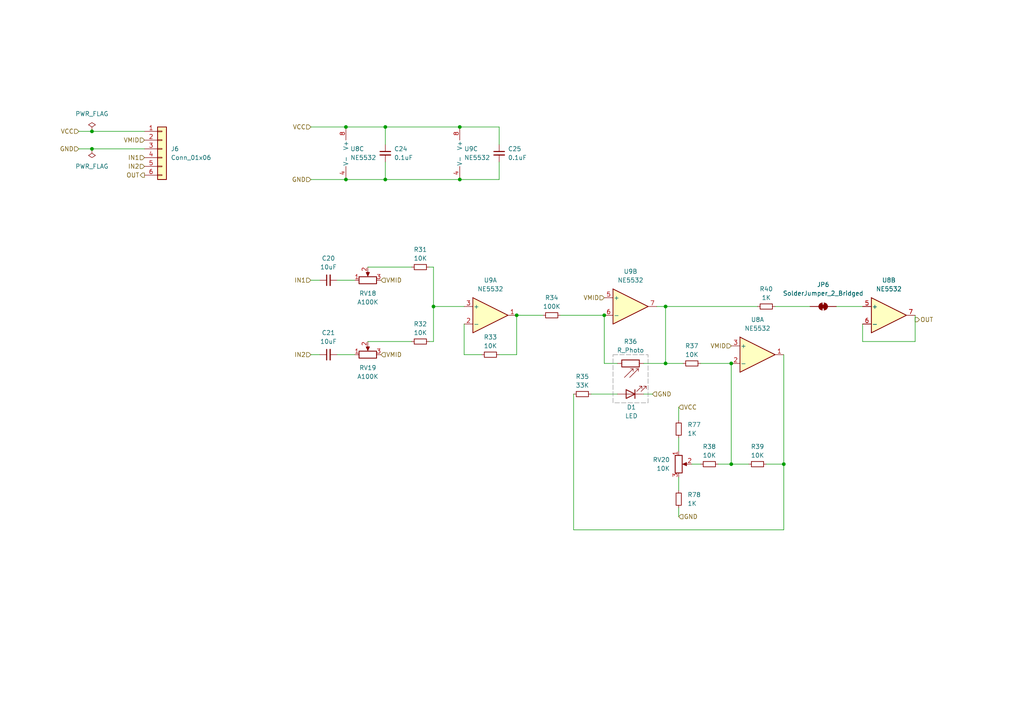
<source format=kicad_sch>
(kicad_sch (version 20231120) (generator "eeschema") (generator_version "8.0")
  (paper "A4")
  (lib_symbols
    (symbol "Amplifier_Operational:NE5532" (pin_names (offset 0.127))
      (property "Reference" "U" (at 0 5.08 0))
      (property "Value" "NE5532" (at 0 -5.08 0))
      (symbol "NE5532_1_1"
        (polyline (pts (xy -5.08 5.08) (xy 5.08 0) (xy -5.08 -5.08) (xy -5.08 5.08)) (stroke (width 0.254)) (fill (type background)))
        (pin output line (at 7.62 0 180) (length 2.54) (name "~") (number "1"))
        (pin input line (at -7.62 -2.54 0) (length 2.54) (name "-") (number "2"))
        (pin input line (at -7.62 2.54 0) (length 2.54) (name "+") (number "3"))
      )
      (symbol "NE5532_2_1"
        (polyline (pts (xy -5.08 5.08) (xy 5.08 0) (xy -5.08 -5.08) (xy -5.08 5.08)) (stroke (width 0.254)) (fill (type background)))
        (pin input line (at -7.62 2.54 0) (length 2.54) (name "+") (number "5"))
        (pin input line (at -7.62 -2.54 0) (length 2.54) (name "-") (number "6"))
        (pin output line (at 7.62 0 180) (length 2.54) (name "~") (number "7"))
      )
      (symbol "NE5532_3_1"
        (pin power_in line (at -2.54 -7.62 90) (length 3.81) (name "V-") (number "4"))
        (pin power_in line (at -2.54 7.62 270) (length 3.81) (name "V+") (number "8"))
      )
    )
    (symbol "Connector_Generic:Conn_01x06" (pin_names (offset 1.016) hide)
      (property "Reference" "J" (at 0 7.62 0))
      (property "Value" "Conn_01x06" (at 0 -10.16 0))
      (symbol "Conn_01x06_1_1"
        (rectangle (start -1.27 -7.493) (end 0 -7.747) (stroke (width 0.1524)))
        (rectangle (start -1.27 -4.953) (end 0 -5.207) (stroke (width 0.1524)))
        (rectangle (start -1.27 -2.413) (end 0 -2.667) (stroke (width 0.1524)))
        (rectangle (start -1.27 0.127) (end 0 -0.127) (stroke (width 0.1524)))
        (rectangle (start -1.27 2.667) (end 0 2.413) (stroke (width 0.1524)))
        (rectangle (start -1.27 5.207) (end 0 4.953) (stroke (width 0.1524)))
        (rectangle (start -1.27 6.35) (end 1.27 -8.89) (stroke (width 0.254)) (fill (type background)))
        (pin passive line (at -5.08 5.08 0) (length 3.81) (name "Pin_1") (number "1"))
        (pin passive line (at -5.08 2.54 0) (length 3.81) (name "Pin_2") (number "2"))
        (pin passive line (at -5.08 0 0) (length 3.81) (name "Pin_3") (number "3"))
        (pin passive line (at -5.08 -2.54 0) (length 3.81) (name "Pin_4") (number "4"))
        (pin passive line (at -5.08 -5.08 0) (length 3.81) (name "Pin_5") (number "5"))
        (pin passive line (at -5.08 -7.62 0) (length 3.81) (name "Pin_6") (number "6"))
      )
    )
    (symbol "Device:C_Small" (pin_numbers hide) (pin_names (offset 0.254) hide)
      (property "Reference" "C" (at 0.254 1.778 0))
      (property "Value" "C_Small" (at 0.254 -2.032 0))
      (symbol "C_Small_0_1"
        (polyline (pts (xy -1.524 -0.508) (xy 1.524 -0.508)) (stroke (width 0.3302)))
        (polyline (pts (xy -1.524 0.508) (xy 1.524 0.508)) (stroke (width 0.3048)))
      )
      (symbol "C_Small_1_1"
        (pin passive line (at 0 2.54 270) (length 2.032) (name "~") (number "1"))
        (pin passive line (at 0 -2.54 90) (length 2.032) (name "~") (number "2"))
      )
    )
    (symbol "Device:LED" (pin_numbers hide) (pin_names (offset 1.016) hide)
      (property "Reference" "D" (at 0 2.54 0))
      (property "Value" "LED" (at 0 -2.54 0))
      (symbol "LED_0_1"
        (polyline (pts (xy -1.27 -1.27) (xy -1.27 1.27)) (stroke (width 0.254)))
        (polyline (pts (xy -1.27 0) (xy 1.27 0)))
        (polyline (pts (xy 1.27 -1.27) (xy 1.27 1.27) (xy -1.27 0) (xy 1.27 -1.27)) (stroke (width 0.254)))
        (polyline (pts (xy -3.048 -0.762) (xy -4.572 -2.286) (xy -3.81 -2.286) (xy -4.572 -2.286) (xy -4.572 -1.524)))
        (polyline (pts (xy -1.778 -0.762) (xy -3.302 -2.286) (xy -2.54 -2.286) (xy -3.302 -2.286) (xy -3.302 -1.524)))
      )
      (symbol "LED_1_1"
        (pin passive line (at -3.81 0 0) (length 2.54) (name "K") (number "1"))
        (pin passive line (at 3.81 0 180) (length 2.54) (name "A") (number "2"))
      )
    )
    (symbol "Device:R_Photo" (pin_numbers hide) (pin_names (offset 0))
      (property "Reference" "R" (at 1.27 1.27 0))
      (property "Value" "R_Photo" (at 1.27 0 0))
      (symbol "R_Photo_0_1"
        (rectangle (start -1.016 2.54) (end 1.016 -2.54) (stroke (width 0.254)))
        (polyline (pts (xy -1.524 -2.286) (xy -4.064 0.254)))
        (polyline (pts (xy -1.524 -2.286) (xy -2.286 -2.286)))
        (polyline (pts (xy -1.524 -2.286) (xy -1.524 -1.524)))
        (polyline (pts (xy -1.524 -0.762) (xy -4.064 1.778)))
        (polyline (pts (xy -1.524 -0.762) (xy -2.286 -0.762)))
        (polyline (pts (xy -1.524 -0.762) (xy -1.524 0)))
      )
      (symbol "R_Photo_1_1"
        (pin passive line (at 0 3.81 270) (length 1.27) (name "~") (number "1"))
        (pin passive line (at 0 -3.81 90) (length 1.27) (name "~") (number "2"))
      )
    )
    (symbol "Device:R_Potentiometer" (pin_names (offset 1.016) hide)
      (property "Reference" "RV" (at -4.445 0 90))
      (property "Value" "R_Potentiometer" (at -2.54 0 90))
      (symbol "R_Potentiometer_0_1"
        (polyline (pts (xy 2.54 0) (xy 1.524 0)))
        (polyline (pts (xy 1.143 0) (xy 2.286 0.508) (xy 2.286 -0.508) (xy 1.143 0)) (fill (type outline)))
        (rectangle (start 1.016 2.54) (end -1.016 -2.54) (stroke (width 0.254)))
      )
      (symbol "R_Potentiometer_1_1"
        (pin passive line (at 0 3.81 270) (length 1.27) (name "1") (number "1"))
        (pin passive line (at 3.81 0 180) (length 1.27) (name "2") (number "2"))
        (pin passive line (at 0 -3.81 90) (length 1.27) (name "3") (number "3"))
      )
    )
    (symbol "Device:R_Small" (pin_numbers hide) (pin_names (offset 0.254) hide)
      (property "Reference" "R" (at 0.762 0.508 0))
      (property "Value" "R_Small" (at 0.762 -1.016 0))
      (symbol "R_Small_0_1"
        (rectangle (start -0.762 1.778) (end 0.762 -1.778) (stroke (width 0.2032)))
      )
      (symbol "R_Small_1_1"
        (pin passive line (at 0 2.54 270) (length 0.762) (name "~") (number "1"))
        (pin passive line (at 0 -2.54 90) (length 0.762) (name "~") (number "2"))
      )
    )
    (symbol "Jumper:SolderJumper_2_Bridged" (pin_numbers hide) (pin_names (offset 0) hide) (exclude_from_sim yes) (in_bom no)
      (property "Reference" "JP" (at 0 2.032 0))
      (property "Value" "SolderJumper_2_Bridged" (at 0 -2.54 0))
      (symbol "SolderJumper_2_Bridged_0_1"
        (rectangle (start -0.508 0.508) (end 0.508 -0.508) (fill (type outline)))
        (arc (start -0.254 1.016) (mid -1.2656 0) (end -0.254 -1.016))
        (arc (start -0.254 1.016) (mid -1.2656 0) (end -0.254 -1.016) (fill (type outline)))
        (polyline (pts (xy -0.254 1.016) (xy -0.254 -1.016)))
        (polyline (pts (xy 0.254 1.016) (xy 0.254 -1.016)))
        (arc (start 0.254 -1.016) (mid 1.2656 0) (end 0.254 1.016))
        (arc (start 0.254 -1.016) (mid 1.2656 0) (end 0.254 1.016) (fill (type outline)))
      )
      (symbol "SolderJumper_2_Bridged_1_1"
        (pin passive line (at -3.81 0 0) (length 2.54) (name "A") (number "1"))
        (pin passive line (at 3.81 0 180) (length 2.54) (name "B") (number "2"))
      )
    )
    (symbol "power:PWR_FLAG" (power) (pin_numbers hide) (pin_names (offset 0) hide)
      (property "Value" "PWR_FLAG" (at 0 3.81 0))
      (symbol "PWR_FLAG_0_0"
        (pin power_out line (at 0 0 90) (length 0) (name "~") (number "1"))
      )
      (symbol "PWR_FLAG_0_1"
        (polyline (pts (xy 0 0) (xy 0 1.27) (xy -1.016 1.905) (xy 0 2.54) (xy 1.016 1.905) (xy 0 1.27)))
      )
    )
  )
  (junction (at 100.33 52.07))
  (junction (at 26.67 43.18))
  (junction (at 193.04 105.41))
  (junction (at 193.04 88.9))
  (junction (at 111.76 52.07))
  (junction (at 212.09 105.41))
  (junction (at 133.35 52.07))
  (junction (at 149.86 91.44))
  (junction (at 125.73 88.9))
  (junction (at 227.33 134.62))
  (junction (at 175.26 91.44))
  (junction (at 212.09 134.62))
  (junction (at 133.35 36.83))
  (junction (at 100.33 36.83))
  (junction (at 111.76 36.83))
  (junction (at 26.67 38.1))
  (wire (pts (xy 111.76 52.07) (xy 133.35 52.07)))
  (wire (pts (xy 157.48 91.44) (xy 149.86 91.44)))
  (wire (pts (xy 171.45 114.3) (xy 179.07 114.3)))
  (wire (pts (xy 111.76 46.99) (xy 111.76 52.07)))
  (wire (pts (xy 100.33 36.83) (xy 111.76 36.83)))
  (wire (pts (xy 250.19 99.06) (xy 265.43 99.06)))
  (wire (pts (xy 193.04 88.9) (xy 193.04 105.41)))
  (wire (pts (xy 222.25 134.62) (xy 227.33 134.62)))
  (wire (pts (xy 166.37 153.67) (xy 227.33 153.67)))
  (wire (pts (xy 22.86 38.1) (xy 26.67 38.1)))
  (wire (pts (xy 144.78 102.87) (xy 149.86 102.87)))
  (wire (pts (xy 111.76 36.83) (xy 133.35 36.83)))
  (wire (pts (xy 186.69 105.41) (xy 193.04 105.41)))
  (wire (pts (xy 144.78 36.83) (xy 144.78 41.91)))
  (wire (pts (xy 144.78 46.99) (xy 144.78 52.07)))
  (wire (pts (xy 186.69 114.3) (xy 189.23 114.3)))
  (wire (pts (xy 106.68 77.47) (xy 119.38 77.47)))
  (wire (pts (xy 227.33 102.87) (xy 227.33 134.62)))
  (wire (pts (xy 166.37 114.3) (xy 166.37 153.67)))
  (wire (pts (xy 196.85 118.11) (xy 196.85 121.92)))
  (wire (pts (xy 97.79 102.87) (xy 102.87 102.87)))
  (wire (pts (xy 97.79 81.28) (xy 102.87 81.28)))
  (wire (pts (xy 227.33 153.67) (xy 227.33 134.62)))
  (wire (pts (xy 250.19 93.98) (xy 250.19 99.06)))
  (wire (pts (xy 196.85 147.32) (xy 196.85 149.86)))
  (wire (pts (xy 265.43 99.06) (xy 265.43 91.44)))
  (wire (pts (xy 196.85 138.43) (xy 196.85 142.24)))
  (wire (pts (xy 149.86 102.87) (xy 149.86 91.44)))
  (wire (pts (xy 200.66 134.62) (xy 203.2 134.62)))
  (wire (pts (xy 162.56 91.44) (xy 175.26 91.44)))
  (wire (pts (xy 208.28 134.62) (xy 212.09 134.62)))
  (wire (pts (xy 175.26 105.41) (xy 179.07 105.41)))
  (wire (pts (xy 125.73 77.47) (xy 125.73 88.9)))
  (wire (pts (xy 242.57 88.9) (xy 250.19 88.9)))
  (wire (pts (xy 203.2 105.41) (xy 212.09 105.41)))
  (wire (pts (xy 100.33 52.07) (xy 111.76 52.07)))
  (wire (pts (xy 193.04 105.41) (xy 198.12 105.41)))
  (wire (pts (xy 92.71 102.87) (xy 90.17 102.87)))
  (wire (pts (xy 125.73 88.9) (xy 125.73 99.06)))
  (wire (pts (xy 224.79 88.9) (xy 234.95 88.9)))
  (wire (pts (xy 193.04 88.9) (xy 219.71 88.9)))
  (wire (pts (xy 133.35 36.83) (xy 144.78 36.83)))
  (wire (pts (xy 92.71 81.28) (xy 90.17 81.28)))
  (wire (pts (xy 125.73 88.9) (xy 134.62 88.9)))
  (wire (pts (xy 212.09 105.41) (xy 212.09 134.62)))
  (wire (pts (xy 175.26 91.44) (xy 175.26 105.41)))
  (wire (pts (xy 144.78 52.07) (xy 133.35 52.07)))
  (wire (pts (xy 124.46 77.47) (xy 125.73 77.47)))
  (wire (pts (xy 134.62 93.98) (xy 134.62 102.87)))
  (wire (pts (xy 106.68 99.06) (xy 119.38 99.06)))
  (wire (pts (xy 190.5 88.9) (xy 193.04 88.9)))
  (wire (pts (xy 22.86 43.18) (xy 26.67 43.18)))
  (wire (pts (xy 124.46 99.06) (xy 125.73 99.06)))
  (wire (pts (xy 111.76 36.83) (xy 111.76 41.91)))
  (wire (pts (xy 90.17 52.07) (xy 100.33 52.07)))
  (wire (pts (xy 26.67 38.1) (xy 41.91 38.1)))
  (wire (pts (xy 196.85 127) (xy 196.85 130.81)))
  (wire (pts (xy 90.17 36.83) (xy 100.33 36.83)))
  (wire (pts (xy 212.09 134.62) (xy 217.17 134.62)))
  (wire (pts (xy 134.62 102.87) (xy 139.7 102.87)))
  (wire (pts (xy 26.67 43.18) (xy 41.91 43.18)))
  (rectangle (start 177.8 102.87) (end 187.96 116.84) (stroke (width 0.127) (type dash) (color 128 128 128 1)))
  (hierarchical_label "GND" (shape input) (at 22.86 43.18 180))
  (hierarchical_label "VMID" (shape input) (at 41.91 40.64 180))
  (hierarchical_label "VCC" (shape input) (at 196.85 118.11 0))
  (hierarchical_label "VMID" (shape input) (at 175.26 86.36 180))
  (hierarchical_label "OUT" (shape output) (at 265.43 92.71 0))
  (hierarchical_label "OUT" (shape output) (at 41.91 50.8 180))
  (hierarchical_label "GND" (shape input) (at 90.17 52.07 180))
  (hierarchical_label "GND" (shape input) (at 196.85 149.86 0))
  (hierarchical_label "VCC" (shape input) (at 90.17 36.83 180))
  (hierarchical_label "IN2" (shape input) (at 41.91 48.26 180))
  (hierarchical_label "VCC" (shape input) (at 22.86 38.1 180))
  (hierarchical_label "VMID" (shape input) (at 110.49 81.28 0))
  (hierarchical_label "IN1" (shape input) (at 41.91 45.72 180))
  (hierarchical_label "VMID" (shape input) (at 212.09 100.33 180))
  (hierarchical_label "GND" (shape input) (at 189.23 114.3 0))
  (hierarchical_label "VMID" (shape input) (at 110.49 102.87 0))
  (hierarchical_label "IN2" (shape input) (at 90.17 102.87 180))
  (hierarchical_label "IN1" (shape input) (at 90.17 81.28 180))
  (symbol (lib_id "Amplifier_Operational:NE5532") (at 182.88 88.9 0) (unit 2)
    (property "Reference" "U9" (at 182.88 78.74 0))
    (property "Value" "NE5532" (at 182.88 81.28 0))
    (property "Footprint" "easyeda2kicad:SOIC-8_L4.9-W3.9-P1.27-LS6.0-BL" (effects (hide yes)))
    (property "Datasheet" "http://www.ti.com/lit/ds/symlink/ne5532.pdf" (effects (hide yes)))
    (property "Description" "Dual Low-Noise Operational Amplifiers, DIP-8/SOIC-8" (effects (hide yes)))
  )
  (symbol (lib_id "Amplifier_Operational:NE5532") (at 142.24 91.44 0) (unit 1)
    (property "Reference" "U9" (at 142.24 81.28 0))
    (property "Value" "NE5532" (at 142.24 83.82 0))
    (property "Footprint" "easyeda2kicad:SOIC-8_L4.9-W3.9-P1.27-LS6.0-BL" (effects (hide yes)))
    (property "Datasheet" "http://www.ti.com/lit/ds/symlink/ne5532.pdf" (effects (hide yes)))
    (property "Description" "Dual Low-Noise Operational Amplifiers, DIP-8/SOIC-8" (effects (hide yes)))
  )
  (symbol (lib_id "Amplifier_Operational:NE5532") (at 257.81 91.44 0) (unit 2)
    (property "Reference" "U8" (at 257.81 81.28 0))
    (property "Value" "NE5532" (at 257.81 83.82 0))
    (property "Footprint" "easyeda2kicad:SOIC-8_L4.9-W3.9-P1.27-LS6.0-BL" (effects (hide yes)))
    (property "Datasheet" "http://www.ti.com/lit/ds/symlink/ne5532.pdf" (effects (hide yes)))
    (property "Description" "Dual Low-Noise Operational Amplifiers, DIP-8/SOIC-8" (effects (hide yes)))
  )
  (symbol (lib_id "Device:R_Small") (at 160.02 91.44 90) (unit 1)
    (property "Reference" "R34" (at 160.02 86.36 90))
    (property "Value" "100K" (at 160.02 88.9 90))
    (property "Footprint" "Resistor_SMD:R_0603_1608Metric" (effects (hide yes)))
    (property "Description" "Resistor, small symbol" (effects (hide yes)))
  )
  (symbol (lib_id "Device:R_Potentiometer") (at 106.68 102.87 90) (unit 1)
    (property "Reference" "RV19" (at 106.68 106.68 90))
    (property "Value" "A100K" (at 106.68 109.22 90))
    (property "Footprint" "Pot_RV09AF-ALPHA:Pot_RV09AF-ALPHA" (effects (hide yes)))
    (property "Description" "Potentiometer" (effects (hide yes)))
  )
  (symbol (lib_id "Device:R_Small") (at 219.71 134.62 90) (unit 1)
    (property "Reference" "R39" (at 219.71 129.54 90))
    (property "Value" "10K" (at 219.71 132.08 90))
    (property "Footprint" "Resistor_SMD:R_0603_1608Metric" (effects (hide yes)))
    (property "Description" "Resistor, small symbol" (effects (hide yes)))
  )
  (symbol (lib_id "Device:R_Small") (at 205.74 134.62 90) (unit 1)
    (property "Reference" "R38" (at 205.74 129.54 90))
    (property "Value" "10K" (at 205.74 132.08 90))
    (property "Footprint" "Resistor_SMD:R_0603_1608Metric" (effects (hide yes)))
    (property "Description" "Resistor, small symbol" (effects (hide yes)))
  )
  (symbol (lib_id "Device:R_Small") (at 196.85 144.78 0) (unit 1)
    (property "Reference" "R78" (at 199.39 143.5099 0) (effects (justify left)))
    (property "Value" "1K" (at 199.39 146.0499 0) (effects (justify left)))
    (property "Footprint" "Resistor_SMD:R_0603_1608Metric" (effects (hide yes)))
    (property "Description" "Resistor, small symbol" (effects (hide yes)))
  )
  (symbol (lib_id "Device:C_Small") (at 111.76 44.45 0) (unit 1)
    (property "Reference" "C24" (at 114.3 43.1862 0) (effects (justify left)))
    (property "Value" "0.1uF" (at 114.3 45.7262 0) (effects (justify left)))
    (property "Footprint" "Capacitor_SMD:C_0805_2012Metric" (effects (hide yes)))
    (property "Description" "Unpolarized capacitor, small symbol" (effects (hide yes)))
  )
  (symbol (lib_id "Device:R_Small") (at 121.92 99.06 90) (unit 1)
    (property "Reference" "R32" (at 121.92 93.98 90))
    (property "Value" "10K" (at 121.92 96.52 90))
    (property "Footprint" "Resistor_SMD:R_0603_1608Metric" (effects (hide yes)))
    (property "Description" "Resistor, small symbol" (effects (hide yes)))
  )
  (symbol (lib_id "Device:LED") (at 182.88 114.3 180) (unit 1)
    (property "Reference" "D1" (at 183.134 118.11 0))
    (property "Value" "LED" (at 183.134 120.65 0))
    (property "Footprint" "LED_THT:LED_D5.0mm_Clear" (effects (hide yes)))
    (property "Description" "Light emitting diode" (effects (hide yes)))
  )
  (symbol (lib_id "Amplifier_Operational:NE5532") (at 102.87 44.45 0) (unit 3)
    (property "Reference" "U8" (at 101.6 43.1799 0) (effects (justify left)))
    (property "Value" "NE5532" (at 101.6 45.7199 0) (effects (justify left)))
    (property "Footprint" "easyeda2kicad:SOIC-8_L4.9-W3.9-P1.27-LS6.0-BL" (effects (hide yes)))
    (property "Datasheet" "http://www.ti.com/lit/ds/symlink/ne5532.pdf" (effects (hide yes)))
    (property "Description" "Dual Low-Noise Operational Amplifiers, DIP-8/SOIC-8" (effects (hide yes)))
  )
  (symbol (lib_id "Device:R_Photo") (at 182.88 105.41 90) (unit 1)
    (property "Reference" "R36" (at 182.88 99.06 90))
    (property "Value" "R_Photo" (at 182.88 101.6 90))
    (property "Footprint" "OptoDevice:R_LDR_4.9x4.2mm_P2.54mm_Vertical" (effects (hide yes)))
    (property "Description" "Photoresistor" (effects (hide yes)))
  )
  (symbol (lib_id "Device:R_Small") (at 168.91 114.3 90) (unit 1)
    (property "Reference" "R35" (at 168.91 109.22 90))
    (property "Value" "33K" (at 168.91 111.76 90))
    (property "Footprint" "Resistor_SMD:R_0603_1608Metric" (effects (hide yes)))
    (property "Description" "Resistor, small symbol" (effects (hide yes)))
  )
  (symbol (lib_id "Device:R_Small") (at 200.66 105.41 90) (unit 1)
    (property "Reference" "R37" (at 200.66 100.33 90))
    (property "Value" "10K" (at 200.66 102.87 90))
    (property "Footprint" "Resistor_SMD:R_0603_1608Metric" (effects (hide yes)))
    (property "Description" "Resistor, small symbol" (effects (hide yes)))
  )
  (symbol (lib_id "power:PWR_FLAG") (at 26.67 38.1 0) (unit 1)
    (property "Reference" "#FLG01" (effects (hide yes)))
    (property "Value" "PWR_FLAG" (at 26.67 33.02 0))
    (property "Description" "Special symbol for telling ERC where power comes from" (effects (hide yes)))
  )
  (symbol (lib_id "Jumper:SolderJumper_2_Bridged") (at 238.76 88.9 0) (mirror y) (unit 1) (exclude_from_sim yes) (in_bom no)
    (property "Reference" "JP6" (at 238.76 82.55 0))
    (property "Value" "SolderJumper_2_Bridged" (at 238.76 85.09 0))
    (property "Footprint" "Jumper:SolderJumper-2_P1.3mm_Bridged_RoundedPad1.0x1.5mm" (effects (hide yes)))
    (property "Description" "Solder Jumper, 2-pole, closed/bridged" (effects (hide yes)))
  )
  (symbol (lib_id "Device:C_Small") (at 95.25 81.28 90) (unit 1)
    (property "Reference" "C20" (at 95.2563 74.93 90))
    (property "Value" "10uF" (at 95.2563 77.47 90))
    (property "Footprint" "Capacitor_SMD:C_0805_2012Metric" (effects (hide yes)))
    (property "Description" "Unpolarized capacitor, small symbol" (effects (hide yes)))
  )
  (symbol (lib_id "Amplifier_Operational:NE5532") (at 219.71 102.87 0) (unit 1)
    (property "Reference" "U8" (at 219.71 92.71 0))
    (property "Value" "NE5532" (at 219.71 95.25 0))
    (property "Footprint" "easyeda2kicad:SOIC-8_L4.9-W3.9-P1.27-LS6.0-BL" (effects (hide yes)))
    (property "Datasheet" "http://www.ti.com/lit/ds/symlink/ne5532.pdf" (effects (hide yes)))
    (property "Description" "Dual Low-Noise Operational Amplifiers, DIP-8/SOIC-8" (effects (hide yes)))
  )
  (symbol (lib_id "Device:R_Small") (at 222.25 88.9 90) (unit 1)
    (property "Reference" "R40" (at 222.25 83.82 90))
    (property "Value" "1K" (at 222.25 86.36 90))
    (property "Footprint" "Resistor_SMD:R_0603_1608Metric" (effects (hide yes)))
    (property "Description" "Resistor, small symbol" (effects (hide yes)))
  )
  (symbol (lib_id "Device:R_Potentiometer") (at 196.85 134.62 0) (unit 1)
    (property "Reference" "RV20" (at 194.31 133.3499 0) (effects (justify right)))
    (property "Value" "10K" (at 194.31 135.8899 0) (effects (justify right)))
    (property "Footprint" "Pot_RV09AF-ALPHA:Pot_RV09AF-ALPHA" (effects (hide yes)))
    (property "Description" "Potentiometer" (effects (hide yes)))
  )
  (symbol (lib_id "Device:R_Small") (at 121.92 77.47 90) (unit 1)
    (property "Reference" "R31" (at 121.92 72.39 90))
    (property "Value" "10K" (at 121.92 74.93 90))
    (property "Footprint" "Resistor_SMD:R_0603_1608Metric" (effects (hide yes)))
    (property "Description" "Resistor, small symbol" (effects (hide yes)))
  )
  (symbol (lib_id "Device:R_Potentiometer") (at 106.68 81.28 90) (unit 1)
    (property "Reference" "RV18" (at 106.68 85.09 90))
    (property "Value" "A100K" (at 106.68 87.63 90))
    (property "Footprint" "Pot_RV09AF-ALPHA:Pot_RV09AF-ALPHA" (effects (hide yes)))
    (property "Description" "Potentiometer" (effects (hide yes)))
  )
  (symbol (lib_id "power:PWR_FLAG") (at 26.67 43.18 180) (unit 1)
    (property "Reference" "#FLG014" (effects (hide yes)))
    (property "Value" "PWR_FLAG" (at 26.67 48.26 0))
    (property "Description" "Special symbol for telling ERC where power comes from" (effects (hide yes)))
  )
  (symbol (lib_id "Amplifier_Operational:NE5532") (at 135.89 44.45 0) (unit 3)
    (property "Reference" "U9" (at 134.62 43.1799 0) (effects (justify left)))
    (property "Value" "NE5532" (at 134.62 45.7199 0) (effects (justify left)))
    (property "Footprint" "easyeda2kicad:SOIC-8_L4.9-W3.9-P1.27-LS6.0-BL" (effects (hide yes)))
    (property "Datasheet" "http://www.ti.com/lit/ds/symlink/ne5532.pdf" (effects (hide yes)))
    (property "Description" "Dual Low-Noise Operational Amplifiers, DIP-8/SOIC-8" (effects (hide yes)))
  )
  (symbol (lib_id "Device:R_Small") (at 142.24 102.87 90) (unit 1)
    (property "Reference" "R33" (at 142.24 97.79 90))
    (property "Value" "10K" (at 142.24 100.33 90))
    (property "Footprint" "Resistor_SMD:R_0603_1608Metric" (effects (hide yes)))
    (property "Description" "Resistor, small symbol" (effects (hide yes)))
  )
  (symbol (lib_id "Device:C_Small") (at 95.25 102.87 90) (unit 1)
    (property "Reference" "C21" (at 95.2563 96.52 90))
    (property "Value" "10uF" (at 95.2563 99.06 90))
    (property "Footprint" "Capacitor_SMD:C_0805_2012Metric" (effects (hide yes)))
    (property "Description" "Unpolarized capacitor, small symbol" (effects (hide yes)))
  )
  (symbol (lib_id "Device:C_Small") (at 144.78 44.45 0) (unit 1)
    (property "Reference" "C25" (at 147.32 43.1862 0) (effects (justify left)))
    (property "Value" "0.1uF" (at 147.32 45.7262 0) (effects (justify left)))
    (property "Footprint" "Capacitor_SMD:C_0805_2012Metric" (effects (hide yes)))
    (property "Description" "Unpolarized capacitor, small symbol" (effects (hide yes)))
  )
  (symbol (lib_id "Device:R_Small") (at 196.85 124.46 0) (unit 1)
    (property "Reference" "R77" (at 199.39 123.1899 0) (effects (justify left)))
    (property "Value" "1K" (at 199.39 125.7299 0) (effects (justify left)))
    (property "Footprint" "Resistor_SMD:R_0603_1608Metric" (effects (hide yes)))
    (property "Description" "Resistor, small symbol" (effects (hide yes)))
  )
  (symbol (lib_id "Connector_Generic:Conn_01x06") (at 46.99 43.18 0) (unit 1)
    (property "Reference" "J6" (at 49.53 43.1799 0) (effects (justify left)))
    (property "Value" "Conn_01x06" (at 49.53 45.7199 0) (effects (justify left)))
    (property "Footprint" "Connector_PinSocket_2.54mm:PinSocket_1x06_P2.54mm_Vertical" (effects (hide yes)))
    (property "Description" "Generic connector, single row, 01x06, script generated (kicad-library-utils/schlib/autogen/connector/)" (effects (hide yes)))
  )
)
</source>
